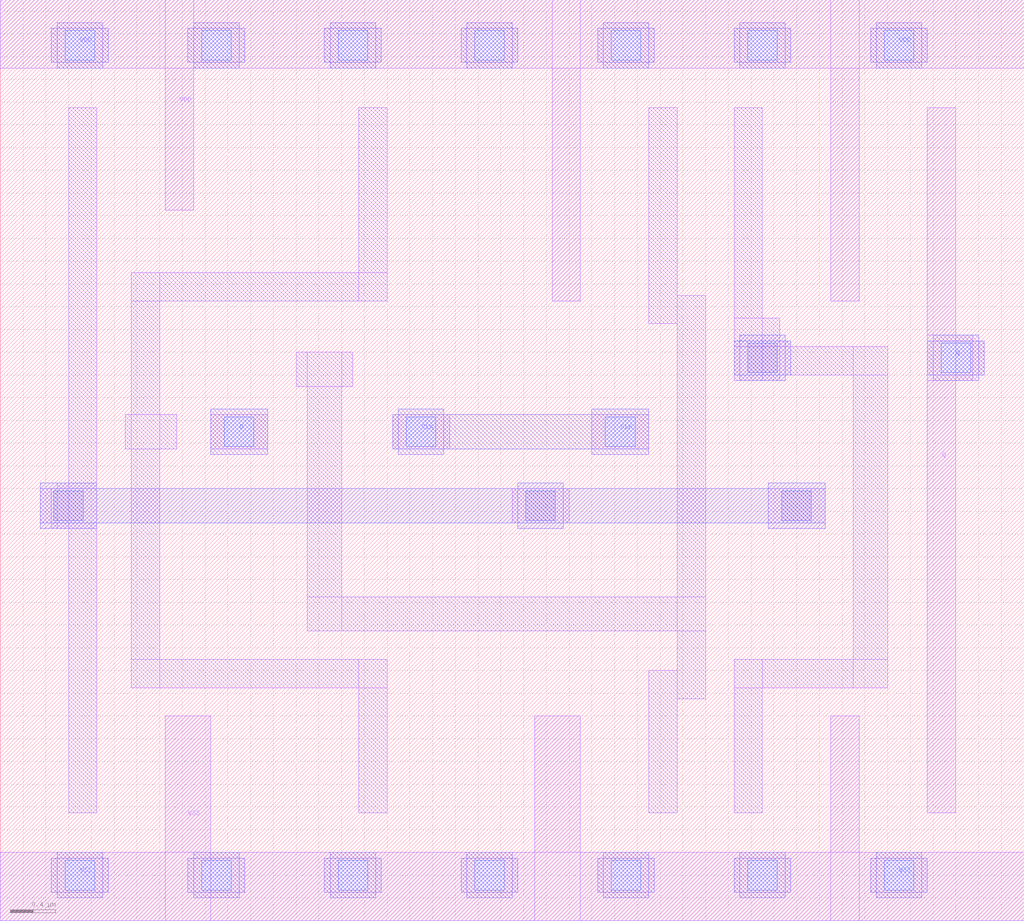
<source format=lef>
# Copyright 2022 Google LLC
# Licensed under the Apache License, Version 2.0 (the "License");
# you may not use this file except in compliance with the License.
# You may obtain a copy of the License at
#
#      http://www.apache.org/licenses/LICENSE-2.0
#
# Unless required by applicable law or agreed to in writing, software
# distributed under the License is distributed on an "AS IS" BASIS,
# WITHOUT WARRANTIES OR CONDITIONS OF ANY KIND, either express or implied.
# See the License for the specific language governing permissions and
# limitations under the License.
VERSION 5.7 ;
BUSBITCHARS "[]" ;
DIVIDERCHAR "/" ;

MACRO gf180mcu_osu_sc_12T_dlat_1
  CLASS CORE ;
  ORIGIN 0 0 ;
  FOREIGN gf180mcu_osu_sc_12T_dlat_1 0 0 ;
  SIZE 9 BY 8.1 ;
  SYMMETRY X Y ;
  SITE GF018hv5v_mcu_sc7 ;
  PIN CLK
    DIRECTION INPUT ;
    USE CLOCK ;
    PORT
      LAYER MET2 ;
        RECT 5.2 4.1 5.7 4.5 ;
        RECT 3.45 4.15 5.7 4.45 ;
        RECT 3.5 4.1 3.9 4.5 ;
      LAYER MET1 ;
        RECT 5.2 4.15 5.7 4.45 ;
        RECT 3.45 4.15 3.95 4.45 ;
      LAYER VIA12 ;
        RECT 3.57 4.17 3.83 4.43 ;
        RECT 5.32 4.17 5.58 4.43 ;
    END
  END CLK
  PIN D
    DIRECTION INPUT ;
    USE SIGNAL ;
    PORT
      LAYER MET2 ;
        RECT 1.85 4.1 2.35 4.5 ;
      LAYER MET1 ;
        RECT 1.85 4.15 2.35 4.45 ;
      LAYER VIA12 ;
        RECT 1.97 4.17 2.23 4.43 ;
    END
  END D
  PIN Q
    DIRECTION OUTPUT ;
    USE SIGNAL ;
    PORT
      LAYER MET2 ;
        RECT 8.15 4.8 8.65 5.1 ;
        RECT 8.2 4.75 8.6 5.15 ;
      LAYER MET1 ;
        RECT 8.15 4.8 8.65 5.1 ;
        RECT 8.15 4.75 8.55 5.15 ;
        RECT 8.15 0.95 8.4 7.15 ;
      LAYER VIA12 ;
        RECT 8.27 4.82 8.53 5.08 ;
    END
  END Q
  PIN VDD
    DIRECTION INOUT ;
    USE POWER ;
    SHAPE ABUTMENT ;
    PORT
      LAYER MET2 ;
        RECT 7.65 7.55 8.15 7.85 ;
        RECT 7.7 7.5 8.1 7.9 ;
        RECT 6.45 7.55 6.95 7.85 ;
        RECT 6.5 7.5 6.9 7.9 ;
        RECT 5.25 7.55 5.75 7.85 ;
        RECT 5.3 7.5 5.7 7.9 ;
        RECT 4.05 7.55 4.55 7.85 ;
        RECT 4.1 7.5 4.5 7.9 ;
        RECT 2.85 7.55 3.35 7.85 ;
        RECT 2.9 7.5 3.3 7.9 ;
        RECT 1.65 7.55 2.15 7.85 ;
        RECT 1.7 7.5 2.1 7.9 ;
        RECT 0.45 7.55 0.95 7.85 ;
        RECT 0.5 7.5 0.9 7.9 ;
      LAYER MET1 ;
        RECT 0 7.5 9 8.1 ;
        RECT 7.3 5.45 7.55 8.1 ;
        RECT 4.85 5.45 5.1 8.1 ;
        RECT 1.45 6.25 1.7 8.1 ;
      LAYER VIA12 ;
        RECT 0.57 7.57 0.83 7.83 ;
        RECT 1.77 7.57 2.03 7.83 ;
        RECT 2.97 7.57 3.23 7.83 ;
        RECT 4.17 7.57 4.43 7.83 ;
        RECT 5.37 7.57 5.63 7.83 ;
        RECT 6.57 7.57 6.83 7.83 ;
        RECT 7.77 7.57 8.03 7.83 ;
    END
  END VDD
  PIN VSS
    DIRECTION INOUT ;
    USE GROUND ;
    PORT
      LAYER MET2 ;
        RECT 7.65 0.25 8.15 0.55 ;
        RECT 7.7 0.2 8.1 0.6 ;
        RECT 6.45 0.25 6.95 0.55 ;
        RECT 6.5 0.2 6.9 0.6 ;
        RECT 5.25 0.25 5.75 0.55 ;
        RECT 5.3 0.2 5.7 0.6 ;
        RECT 4.05 0.25 4.55 0.55 ;
        RECT 4.1 0.2 4.5 0.6 ;
        RECT 2.85 0.25 3.35 0.55 ;
        RECT 2.9 0.2 3.3 0.6 ;
        RECT 1.65 0.25 2.15 0.55 ;
        RECT 1.7 0.2 2.1 0.6 ;
        RECT 0.45 0.25 0.95 0.55 ;
        RECT 0.5 0.2 0.9 0.6 ;
      LAYER MET1 ;
        RECT 0 0 9 0.6 ;
        RECT 7.3 0 7.55 1.8 ;
        RECT 4.7 0 5.1 1.8 ;
        RECT 1.45 0 1.85 1.8 ;
      LAYER VIA12 ;
        RECT 0.57 0.27 0.83 0.53 ;
        RECT 1.77 0.27 2.03 0.53 ;
        RECT 2.97 0.27 3.23 0.53 ;
        RECT 4.17 0.27 4.43 0.53 ;
        RECT 5.37 0.27 5.63 0.53 ;
        RECT 6.57 0.27 6.83 0.53 ;
        RECT 7.77 0.27 8.03 0.53 ;
    END
  END VSS
  OBS
    LAYER MET2 ;
      RECT 6.75 3.45 7.25 3.85 ;
      RECT 4.55 3.45 4.95 3.85 ;
      RECT 0.35 3.45 0.85 3.85 ;
      RECT 0.35 3.5 7.25 3.8 ;
      RECT 6.5 4.75 6.9 5.15 ;
      RECT 6.45 4.8 6.95 5.1 ;
    LAYER VIA12 ;
      RECT 6.87 3.52 7.13 3.78 ;
      RECT 6.57 4.82 6.83 5.08 ;
      RECT 4.62 3.52 4.88 3.78 ;
      RECT 0.47 3.52 0.73 3.78 ;
    LAYER MET1 ;
      RECT 6.45 4.75 6.7 7.15 ;
      RECT 6.45 4.75 6.85 5.3 ;
      RECT 6.45 4.8 6.95 5.1 ;
      RECT 6.45 4.8 7.8 5.05 ;
      RECT 7.5 2.05 7.8 5.05 ;
      RECT 6.45 2.05 7.8 2.3 ;
      RECT 6.45 0.95 6.7 2.3 ;
      RECT 5.7 5.25 5.95 7.15 ;
      RECT 5.95 1.95 6.2 5.5 ;
      RECT 2.6 4.7 3.1 5 ;
      RECT 2.7 2.55 3 5 ;
      RECT 2.7 2.55 6.2 2.85 ;
      RECT 5.7 0.95 5.95 2.2 ;
      RECT 3.15 5.45 3.4 7.15 ;
      RECT 1.15 5.45 3.4 5.7 ;
      RECT 1.15 2.05 1.4 5.7 ;
      RECT 1.1 4.15 1.55 4.45 ;
      RECT 1.15 2.05 3.4 2.3 ;
      RECT 3.15 0.95 3.4 2.3 ;
      RECT 0.6 0.95 0.85 7.15 ;
      RECT 0.5 3.45 0.85 3.85 ;
      RECT 0.35 3.5 0.85 3.8 ;
      RECT 0.45 3.45 0.85 3.8 ;
      RECT 6.75 3.5 7.25 3.8 ;
      RECT 4.5 3.5 5 3.8 ;
  END
END gf180mcu_osu_sc_12T_dlat_1

</source>
